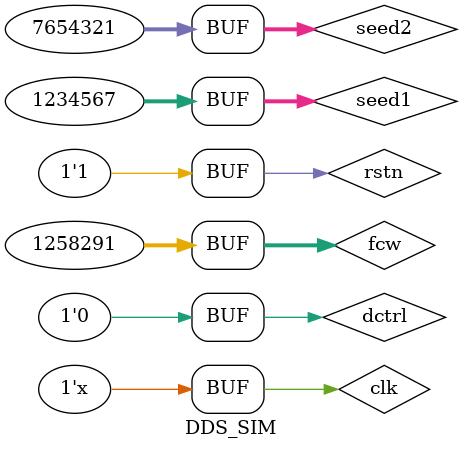
<source format=v>
`timescale 1ns / 1ps


module DDS_SIM();
    reg clk;
	reg [31:0] fcw;
	reg rstn;
	reg dctrl;
	reg [31:0] seed1;
	reg [31:0] seed2;
	wire [15:0] sin_data;
	wire [15:0] cosine_data;
//	wire [10:0] debug_addr;
//    wire [31:0] debug_LFSR_U2;
//    wire [31:0] debug_LFSR_U3;
//    wire [15:0] debug_sine;
//    wire debug_amp_flag,debug_pha_flag;
    
	initial begin
		clk = 0;
		rstn = 0;
		fcw = 32'h0033_3333;
		dctrl = 0;
        seed1 = 32'd1234567;
        seed2 = 32'd7654321;
		#10 rstn = 1;
		#100000 fcw = 32'h0013_3333;
	end
	
	always #5 clk = ~clk;
	
//	always @ (posedge clk or negedge rstn)
//		if(!rstn)
//			fcw = 0;
//		else fcw = 32'h0333_3333;
	
	DDS_TOP #(
	   .LFSR_D_BITS(19),
	   .ACC_BITS(32),
	   .QUANTIZER_BITS(16),
	   .ROM_ADDR_BITS(11) ) u1(
		.CLK(clk),
		.FCW(fcw),
		.RSTN(rstn),
		.dither_ctrl(dctrl),
		.seed1(seed1),
		.seed2(seed2),
		
		.data_o_sine(sin_data),
		.data_o_cosine(cosine_data)
		//debug
//		.debug_addr(debug_addr),
//        .debug_LFSR_U2(debug_LFSR_U2),
//        .debug_LFSR_U3(debug_LFSR_U3),
//        .debug_sine(debug_sine),
//        .debug_amp_flag(debug_amp_flag),
//        .debug_pha_flag(debug_pha_flag)
	);
	   
//     integer file1;
//      initial file1 = $fopen("F:/matlabworkspace/dds_exp4_ip/DDFS_DATA_TEMP.dat","w");
//      always@(posedge clk)
//      begin
//        if(rstn == 1)
//         $fwrite (file1,"%h\n",sin_data);
//      end
endmodule

</source>
